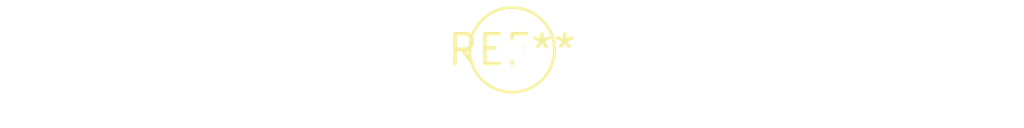
<source format=kicad_pcb>
(kicad_pcb (version 20240108) (generator pcbnew)
  (layers (0 "F.Cu" signal) (31 "B.Cu" signal) (34 "B.Paste" user) (35 "F.Paste" user) (36 "B.SilkS" user "B.Silkscreen") (37 "F.SilkS" user "F.Silkscreen") (38 "B.Mask" user) (39 "F.Mask" user) (44 "Edge.Cuts" user))
  (net 0 "")
  (footprint "TestPoint_Loop_D3.50mm_Drill0.9mm_Beaded" (layer "F.Cu") (at 0 0)
    (property "Reference" "REF**")
    (property "Value" "TestPoint_Loop_D3.50mm_Drill0.9mm_Beaded")
    (fp_circle (center 0 0) (end 1.8 0) (layer "F.SilkS") (stroke (width 0.12)) (fill none))
    (pad "1" thru_hole circle (at 0 0) (size 1.8 1.8) (drill 0.9) (layers *.Cu *.Mask) (remove_unused_layers))
  )
)
</source>
